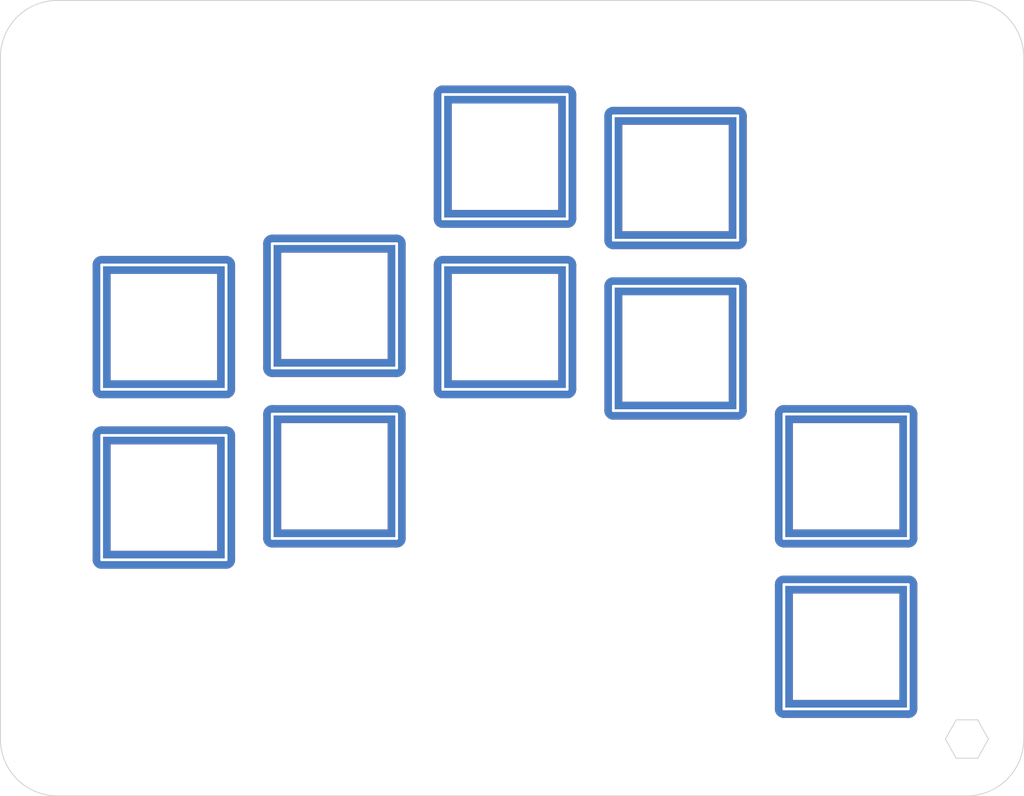
<source format=kicad_pcb>
(kicad_pcb (version 20221018) (generator pcbnew)
  (layers (0 "F.Cu" signal) (31 "B.Cu" signal) (34 "B.Paste" user) (35 "F.Paste" user) (36 "B.SilkS" user "B.Silkscreen") (37 "F.SilkS" user "F.Silkscreen") (38 "B.Mask" user) (39 "F.Mask" user) (44 "Edge.Cuts" user))
  (net 0 "")
  (net 1 "Col0")
  (net 2 "Col1")
  (net 3 "Col2")
  (net 4 "Col3")
  (net 5 "Col4")
  (footprint "kbd_Hole:m2_Spacer_Hole_hex" (layer "F.Cu") (at 120.65 184.15)
    (fp_text reference "Ref**")
    (fp_text value "Val**")
    (fp_line (start -2.4 0) (end -1.2 2.15) (stroke (width 0.1)) (layer "Edge.Cuts"))
    (fp_line (start -1.2 -2.15) (end -2.4 0) (stroke (width 0.1)) (layer "Edge.Cuts"))
    (fp_line (start -1.2 2.15) (end 1.2 2.15) (stroke (width 0.1)) (layer "Edge.Cuts"))
    (fp_line (start 1.2 -2.15) (end -1.2 -2.15) (stroke (width 0.1)) (layer "Edge.Cuts"))
    (fp_line (start 1.2 2.15) (end 2.4 0) (stroke (width 0.1)) (layer "Edge.Cuts"))
    (fp_line (start 2.4 0) (end 1.2 -2.15) (stroke (width 0.1)) (layer "Edge.Cuts"))
  )
  (footprint "kbd_SW_Hole:SW_Hole_TH_1u" (layer "F.Cu") (at 30.95625 138.1125)
    (fp_text reference "SW1" hide)
    (fp_text value "SW_PUSH" hide)
    (pad "1" thru_hole oval (at -6.95 0) (size 2 15.9) (drill oval 0.3 14.2) (layers "*.Cu" "*.Mask") (net 1 "Col0"))
    (pad "1" thru_hole oval (at 0 -6.95 90) (size 2 15.9) (drill oval 0.3 14.2) (layers "*.Cu" "*.Mask") (net 1 "Col0"))
    (pad "1" thru_hole oval (at 0 6.95 90) (size 2 15.9) (drill oval 0.3 14.2) (layers "*.Cu" "*.Mask") (net 1 "Col0"))
    (pad "1" thru_hole oval (at 6.95 0) (size 2 15.9) (drill oval 0.3 14.2) (layers "*.Cu" "*.Mask") (net 1 "Col0"))
  )
  (footprint "kbd_SW_Hole:SW_Hole_TH_1u" (layer "F.Cu") (at 69.05625 138.1125)
    (fp_text reference "SW6" hide)
    (fp_text value "SW_PUSH" hide)
    (pad "1" thru_hole oval (at -6.95 0) (size 2 15.9) (drill oval 0.3 14.2) (layers "*.Cu" "*.Mask") (net 3 "Col2"))
    (pad "1" thru_hole oval (at 0 -6.95 90) (size 2 15.9) (drill oval 0.3 14.2) (layers "*.Cu" "*.Mask") (net 3 "Col2"))
    (pad "1" thru_hole oval (at 0 6.95 90) (size 2 15.9) (drill oval 0.3 14.2) (layers "*.Cu" "*.Mask") (net 3 "Col2"))
    (pad "1" thru_hole oval (at 6.95 0) (size 2 15.9) (drill oval 0.3 14.2) (layers "*.Cu" "*.Mask") (net 3 "Col2"))
  )
  (footprint "kbd_Hole:m2_Screw_Hole" (layer "F.Cu") (at 120.65 184.15)
    (fp_text reference "Ref**")
    (fp_text value "Val**")
    (pad "" np_thru_hole circle (at 0 0) (size 2.2 2.2) (drill 2.2) (layers "*.Cu" "*.Mask"))
  )
  (footprint "kbd_Hole:m2_Screw_Hole" (layer "F.Cu") (at 19.05 184.15)
    (fp_text reference "Ref**")
    (fp_text value "Val**")
    (pad "" np_thru_hole circle (at 0 0) (size 2.2 2.2) (drill 2.2) (layers "*.Cu" "*.Mask"))
  )
  (footprint "kbd_SW_Hole:SW_Hole_TH_1u" (layer "F.Cu") (at 50.00625 135.73125)
    (fp_text reference "SW3" hide)
    (fp_text value "SW_PUSH" hide)
    (pad "1" thru_hole oval (at -6.95 0) (size 2 15.9) (drill oval 0.3 14.2) (layers "*.Cu" "*.Mask") (net 2 "Col1"))
    (pad "1" thru_hole oval (at 0 -6.95 90) (size 2 15.9) (drill oval 0.3 14.2) (layers "*.Cu" "*.Mask") (net 2 "Col1"))
    (pad "1" thru_hole oval (at 0 6.95 90) (size 2 15.9) (drill oval 0.3 14.2) (layers "*.Cu" "*.Mask") (net 2 "Col1"))
    (pad "1" thru_hole oval (at 6.95 0) (size 2 15.9) (drill oval 0.3 14.2) (layers "*.Cu" "*.Mask") (net 2 "Col1"))
  )
  (footprint "kbd_SW_Hole:SW_Hole_TH_1u" (layer "F.Cu") (at 30.95625 157.1625)
    (fp_text reference "SW2" hide)
    (fp_text value "SW_PUSH" hide)
    (pad "1" thru_hole oval (at -6.95 0) (size 2 15.9) (drill oval 0.3 14.2) (layers "*.Cu" "*.Mask") (net 1 "Col0"))
    (pad "1" thru_hole oval (at 0 -6.95 90) (size 2 15.9) (drill oval 0.3 14.2) (layers "*.Cu" "*.Mask") (net 1 "Col0"))
    (pad "1" thru_hole oval (at 0 6.95 90) (size 2 15.9) (drill oval 0.3 14.2) (layers "*.Cu" "*.Mask") (net 1 "Col0"))
    (pad "1" thru_hole oval (at 6.95 0) (size 2 15.9) (drill oval 0.3 14.2) (layers "*.Cu" "*.Mask") (net 1 "Col0"))
  )
  (footprint "kbd_SW_Hole:SW_Hole_TH_1u" (layer "F.Cu") (at 88.10625 121.44375)
    (fp_text reference "SW7" hide)
    (fp_text value "SW_PUSH" hide)
    (pad "1" thru_hole oval (at -6.95 0) (size 2 15.9) (drill oval 0.3 14.2) (layers "*.Cu" "*.Mask") (net 4 "Col3"))
    (pad "1" thru_hole oval (at 0 -6.95 90) (size 2 15.9) (drill oval 0.3 14.2) (layers "*.Cu" "*.Mask") (net 4 "Col3"))
    (pad "1" thru_hole oval (at 0 6.95 90) (size 2 15.9) (drill oval 0.3 14.2) (layers "*.Cu" "*.Mask") (net 4 "Col3"))
    (pad "1" thru_hole oval (at 6.95 0) (size 2 15.9) (drill oval 0.3 14.2) (layers "*.Cu" "*.Mask") (net 4 "Col3"))
  )
  (footprint "kbd_SW_Hole:SW_Hole_TH_1u" (layer "F.Cu") (at 107.15625 154.78125)
    (fp_text reference "SW9" hide)
    (fp_text value "SW_PUSH" hide)
    (pad "1" thru_hole oval (at -6.95 0) (size 2 15.9) (drill oval 0.3 14.2) (layers "*.Cu" "*.Mask") (net 5 "Col4"))
    (pad "1" thru_hole oval (at 0 -6.95 90) (size 2 15.9) (drill oval 0.3 14.2) (layers "*.Cu" "*.Mask") (net 5 "Col4"))
    (pad "1" thru_hole oval (at 0 6.95 90) (size 2 15.9) (drill oval 0.3 14.2) (layers "*.Cu" "*.Mask") (net 5 "Col4"))
    (pad "1" thru_hole oval (at 6.95 0) (size 2 15.9) (drill oval 0.3 14.2) (layers "*.Cu" "*.Mask") (net 5 "Col4"))
  )
  (footprint "kbd_Hole:m2_Screw_Hole" (layer "F.Cu") (at 120.65 107.95)
    (fp_text reference "Ref**")
    (fp_text value "Val**")
    (pad "" np_thru_hole circle (at 0 0) (size 2.2 2.2) (drill 2.2) (layers "*.Cu" "*.Mask"))
  )
  (footprint "kbd_SW_Hole:SW_Hole_TH_1u" (layer "F.Cu") (at 50.00625 154.78125)
    (fp_text reference "SW4" hide)
    (fp_text value "SW_PUSH" hide)
    (pad "1" thru_hole oval (at -6.95 0) (size 2 15.9) (drill oval 0.3 14.2) (layers "*.Cu" "*.Mask") (net 2 "Col1"))
    (pad "1" thru_hole oval (at 0 -6.95 90) (size 2 15.9) (drill oval 0.3 14.2) (layers "*.Cu" "*.Mask") (net 2 "Col1"))
    (pad "1" thru_hole oval (at 0 6.95 90) (size 2 15.9) (drill oval 0.3 14.2) (layers "*.Cu" "*.Mask") (net 2 "Col1"))
    (pad "1" thru_hole oval (at 6.95 0) (size 2 15.9) (drill oval 0.3 14.2) (layers "*.Cu" "*.Mask") (net 2 "Col1"))
  )
  (footprint "kbd_SW_Hole:SW_Hole_TH_1u" (layer "F.Cu") (at 88.10625 140.49375)
    (fp_text reference "SW8" hide)
    (fp_text value "SW_PUSH" hide)
    (pad "1" thru_hole oval (at -6.95 0) (size 2 15.9) (drill oval 0.3 14.2) (layers "*.Cu" "*.Mask") (net 4 "Col3"))
    (pad "1" thru_hole oval (at 0 -6.95 90) (size 2 15.9) (drill oval 0.3 14.2) (layers "*.Cu" "*.Mask") (net 4 "Col3"))
    (pad "1" thru_hole oval (at 0 6.95 90) (size 2 15.9) (drill oval 0.3 14.2) (layers "*.Cu" "*.Mask") (net 4 "Col3"))
    (pad "1" thru_hole oval (at 6.95 0) (size 2 15.9) (drill oval 0.3 14.2) (layers "*.Cu" "*.Mask") (net 4 "Col3"))
  )
  (footprint "kbd_Hole:m2_Screw_Hole" (layer "F.Cu") (at 19.05 107.95)
    (fp_text reference "Ref**")
    (fp_text value "Val**")
    (pad "" np_thru_hole circle (at 0 0) (size 2.2 2.2) (drill 2.2) (layers "*.Cu" "*.Mask"))
  )
  (footprint "kbd_SW_Hole:SW_Hole_TH_1u" (layer "F.Cu") (at 107.15625 173.83125)
    (fp_text reference "SW10" hide)
    (fp_text value "SW_PUSH" hide)
    (pad "1" thru_hole oval (at -6.95 0) (size 2 15.9) (drill oval 0.3 14.2) (layers "*.Cu" "*.Mask") (net 5 "Col4"))
    (pad "1" thru_hole oval (at 0 -6.95 90) (size 2 15.9) (drill oval 0.3 14.2) (layers "*.Cu" "*.Mask") (net 5 "Col4"))
    (pad "1" thru_hole oval (at 0 6.95 90) (size 2 15.9) (drill oval 0.3 14.2) (layers "*.Cu" "*.Mask") (net 5 "Col4"))
    (pad "1" thru_hole oval (at 6.95 0) (size 2 15.9) (drill oval 0.3 14.2) (layers "*.Cu" "*.Mask") (net 5 "Col4"))
  )
  (footprint "kbd_SW_Hole:SW_Hole_TH_1u" (layer "F.Cu") (at 69.05625 119.0625)
    (fp_text reference "SW5" hide)
    (fp_text value "SW_PUSH" hide)
    (pad "1" thru_hole oval (at -6.95 0) (size 2 15.9) (drill oval 0.3 14.2) (layers "*.Cu" "*.Mask") (net 3 "Col2"))
    (pad "1" thru_hole oval (at 0 -6.95 90) (size 2 15.9) (drill oval 0.3 14.2) (layers "*.Cu" "*.Mask") (net 3 "Col2"))
    (pad "1" thru_hole oval (at 0 6.95 90) (size 2 15.9) (drill oval 0.3 14.2) (layers "*.Cu" "*.Mask") (net 3 "Col2"))
    (pad "1" thru_hole oval (at 6.95 0) (size 2 15.9) (drill oval 0.3 14.2) (layers "*.Cu" "*.Mask") (net 3 "Col2"))
  )
  (gr_line (start 127 107.95) (end 127 184.15) (stroke (width 0.1)) (layer "Edge.Cuts"))
  (gr_line (start 12.7 184.15) (end 12.7 107.95) (stroke (width 0.1)) (layer "Edge.Cuts"))
  (gr_line (start 19.05 101.6) (end 120.65 101.6) (stroke (width 0.1)) (layer "Edge.Cuts"))
  (gr_arc (start 127 184.15) (mid 125.140128 188.640128) (end 120.65 190.5) (stroke (width 0.1)) (layer "Edge.Cuts"))
  (gr_line (start 120.65 190.5) (end 19.05 190.5) (stroke (width 0.1)) (layer "Edge.Cuts"))
  (gr_arc (start 12.7 107.95) (mid 14.559872 103.459872) (end 19.05 101.6) (stroke (width 0.1)) (layer "Edge.Cuts"))
  (gr_arc (start 19.05 190.5) (mid 14.559872 188.640128) (end 12.7 184.15) (stroke (width 0.1)) (layer "Edge.Cuts"))
  (gr_arc (start 120.65 101.6) (mid 125.140128 103.459872) (end 127 107.95) (stroke (width 0.1)) (layer "Edge.Cuts"))
)
</source>
